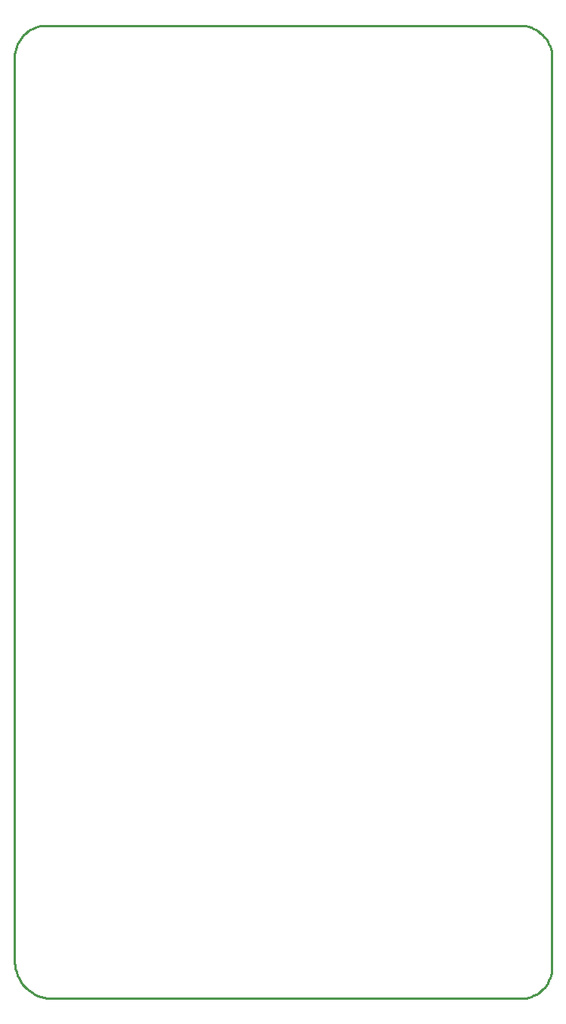
<source format=gko>
G04 EAGLE Gerber RS-274X export*
G75*
%MOMM*%
%FSLAX34Y34*%
%LPD*%
%INOUTINE*%
%IPPOS*%
%AMOC8*
5,1,8,0,0,1.08239X$1,22.5*%
G01*
%ADD10C,0.000000*%
%ADD11C,0.000009*%
%ADD12C,0.254000*%


D10*
X42500Y97500D02*
X568500Y97500D01*
X603500Y132500D02*
X603500Y1150000D01*
X568500Y1185000D02*
X568400Y1185000D01*
X37500Y1185000D01*
X2500Y1149900D02*
X2500Y141500D01*
D11*
X2500Y1149900D02*
X2509Y1150747D01*
X2539Y1151593D01*
X2588Y1152439D01*
X2659Y1153283D01*
X2750Y1154125D01*
X2861Y1154965D01*
X2992Y1155802D01*
X3143Y1156635D01*
X3315Y1157464D01*
X3507Y1158289D01*
X3718Y1159110D01*
X3949Y1159924D01*
X4200Y1160733D01*
X4470Y1161536D01*
X4760Y1162332D01*
X5069Y1163121D01*
X5396Y1163902D01*
X5743Y1164675D01*
X6108Y1165439D01*
X6492Y1166194D01*
X6893Y1166940D01*
X7313Y1167676D01*
X7750Y1168401D01*
X8204Y1169116D01*
X8676Y1169819D01*
X9165Y1170511D01*
X9670Y1171191D01*
X10191Y1171859D01*
X10729Y1172513D01*
X11282Y1173155D01*
X11850Y1173783D01*
X12433Y1174397D01*
X13031Y1174997D01*
X13644Y1175582D01*
X14270Y1176152D01*
X14910Y1176707D01*
X15563Y1177246D01*
X16229Y1177770D01*
X16908Y1178277D01*
X17598Y1178767D01*
X18300Y1179241D01*
X19014Y1179697D01*
X19738Y1180137D01*
X20473Y1180558D01*
X21217Y1180962D01*
X21971Y1181348D01*
X22735Y1181715D01*
X23506Y1182064D01*
X24287Y1182394D01*
X25074Y1182705D01*
X25869Y1182996D01*
X26671Y1183269D01*
X27480Y1183522D01*
X28294Y1183756D01*
X29113Y1183970D01*
X29938Y1184163D01*
X30767Y1184337D01*
X31600Y1184491D01*
X32436Y1184625D01*
X33276Y1184738D01*
X34117Y1184832D01*
X34961Y1184904D01*
X35807Y1184957D01*
X36653Y1184989D01*
X37500Y1185000D01*
X2500Y141500D02*
X2464Y140485D01*
X2452Y139469D01*
X2465Y138452D01*
X2503Y137437D01*
X2565Y136423D01*
X2651Y135410D01*
X2762Y134400D01*
X2898Y133393D01*
X3058Y132390D01*
X3241Y131391D01*
X3449Y130396D01*
X3681Y129407D01*
X3937Y128423D01*
X4217Y127446D01*
X4520Y126477D01*
X4846Y125514D01*
X5196Y124560D01*
X5568Y123615D01*
X5963Y122679D01*
X6381Y121752D01*
X6821Y120836D01*
X7283Y119931D01*
X7767Y119038D01*
X8272Y118156D01*
X8798Y117287D01*
X9345Y116431D01*
X9913Y115588D01*
X10501Y114759D01*
X11109Y113945D01*
X11736Y113146D01*
X12382Y112362D01*
X13048Y111593D01*
X13731Y110842D01*
X14433Y110106D01*
X15152Y109389D01*
X15888Y108688D01*
X16641Y108006D01*
X17410Y107342D01*
X18195Y106697D01*
X18995Y106070D01*
X19810Y105464D01*
X20640Y104877D01*
X21484Y104311D01*
X22341Y103765D01*
X23211Y103240D01*
X24093Y102736D01*
X24987Y102254D01*
X25893Y101793D01*
X26809Y101354D01*
X27736Y100938D01*
X28673Y100544D01*
X29619Y100173D01*
X30574Y99825D01*
X31536Y99500D01*
X32507Y99199D01*
X33484Y98921D01*
X34468Y98666D01*
X35457Y98436D01*
X36452Y98229D01*
X37452Y98047D01*
X38456Y97889D01*
X39463Y97755D01*
X40473Y97645D01*
X41486Y97560D01*
X42500Y97500D01*
X568500Y97500D02*
X569346Y97510D01*
X570191Y97541D01*
X571035Y97592D01*
X571878Y97663D01*
X572719Y97755D01*
X573557Y97867D01*
X574392Y98000D01*
X575224Y98152D01*
X576052Y98325D01*
X576876Y98517D01*
X577695Y98729D01*
X578508Y98961D01*
X579316Y99213D01*
X580117Y99484D01*
X580911Y99774D01*
X581698Y100084D01*
X582478Y100412D01*
X583249Y100759D01*
X584012Y101125D01*
X584765Y101509D01*
X585509Y101911D01*
X586244Y102331D01*
X586967Y102769D01*
X587680Y103224D01*
X588382Y103696D01*
X589072Y104184D01*
X589751Y104690D01*
X590416Y105211D01*
X591069Y105749D01*
X591709Y106302D01*
X592336Y106871D01*
X592948Y107454D01*
X593546Y108052D01*
X594129Y108664D01*
X594698Y109291D01*
X595251Y109931D01*
X595789Y110584D01*
X596310Y111249D01*
X596816Y111928D01*
X597304Y112618D01*
X597776Y113320D01*
X598231Y114033D01*
X598669Y114756D01*
X599089Y115491D01*
X599491Y116235D01*
X599875Y116988D01*
X600241Y117751D01*
X600588Y118522D01*
X600916Y119302D01*
X601226Y120089D01*
X601516Y120883D01*
X601787Y121684D01*
X602039Y122492D01*
X602271Y123305D01*
X602483Y124124D01*
X602675Y124948D01*
X602848Y125776D01*
X603000Y126608D01*
X603133Y127443D01*
X603245Y128281D01*
X603337Y129122D01*
X603408Y129965D01*
X603459Y130809D01*
X603490Y131654D01*
X603500Y132500D01*
X603500Y1150000D02*
X603489Y1150847D01*
X603457Y1151693D01*
X603404Y1152539D01*
X603332Y1153383D01*
X603238Y1154224D01*
X603125Y1155064D01*
X602991Y1155900D01*
X602837Y1156733D01*
X602663Y1157562D01*
X602470Y1158387D01*
X602256Y1159206D01*
X602022Y1160020D01*
X601769Y1160829D01*
X601496Y1161631D01*
X601205Y1162426D01*
X600894Y1163213D01*
X600564Y1163994D01*
X600215Y1164765D01*
X599848Y1165529D01*
X599462Y1166283D01*
X599058Y1167027D01*
X598637Y1167762D01*
X598197Y1168486D01*
X597741Y1169200D01*
X597267Y1169902D01*
X596777Y1170592D01*
X596270Y1171271D01*
X595746Y1171937D01*
X595207Y1172590D01*
X594652Y1173230D01*
X594082Y1173856D01*
X593497Y1174469D01*
X592897Y1175067D01*
X592283Y1175650D01*
X591655Y1176218D01*
X591013Y1176771D01*
X590359Y1177309D01*
X589691Y1177830D01*
X589011Y1178335D01*
X588319Y1178824D01*
X587616Y1179296D01*
X586901Y1179750D01*
X586176Y1180187D01*
X585440Y1180607D01*
X584694Y1181008D01*
X583939Y1181392D01*
X583175Y1181757D01*
X582402Y1182104D01*
X581621Y1182431D01*
X580832Y1182740D01*
X580036Y1183030D01*
X579233Y1183300D01*
X578424Y1183551D01*
X577610Y1183782D01*
X576789Y1183993D01*
X575964Y1184185D01*
X575135Y1184357D01*
X574302Y1184508D01*
X573465Y1184639D01*
X572625Y1184750D01*
X571783Y1184841D01*
X570939Y1184912D01*
X570093Y1184961D01*
X569247Y1184991D01*
X568400Y1185000D01*
D12*
X2500Y141500D02*
X2486Y137832D01*
X2791Y134176D01*
X3413Y130561D01*
X4349Y127015D01*
X5590Y123563D01*
X7127Y120232D01*
X8948Y117048D01*
X11041Y114035D01*
X13387Y111216D01*
X15971Y108612D01*
X18772Y106243D01*
X21768Y104127D01*
X24937Y102280D01*
X28256Y100717D01*
X31698Y99449D01*
X35237Y98485D01*
X38847Y97834D01*
X42500Y97500D01*
X568500Y97500D01*
X571550Y97633D01*
X574578Y98032D01*
X577559Y98693D01*
X580471Y99611D01*
X583292Y100779D01*
X586000Y102189D01*
X588575Y103830D01*
X590998Y105688D01*
X593249Y107751D01*
X595312Y110002D01*
X597170Y112425D01*
X598811Y115000D01*
X600221Y117708D01*
X601389Y120529D01*
X602307Y123441D01*
X602968Y126422D01*
X603367Y129450D01*
X603500Y132500D01*
X603500Y1150000D01*
X603362Y1153055D01*
X602959Y1156086D01*
X602293Y1159070D01*
X601369Y1161985D01*
X600195Y1164808D01*
X598779Y1167518D01*
X597133Y1170095D01*
X595268Y1172518D01*
X593199Y1174769D01*
X590941Y1176832D01*
X588513Y1178690D01*
X585932Y1180329D01*
X583217Y1181737D01*
X580391Y1182903D01*
X577473Y1183819D01*
X574487Y1184476D01*
X571455Y1184871D01*
X568400Y1185000D01*
X37500Y1185000D01*
X34445Y1184862D01*
X31414Y1184459D01*
X28430Y1183793D01*
X25515Y1182869D01*
X22692Y1181695D01*
X19982Y1180279D01*
X17405Y1178633D01*
X14982Y1176768D01*
X12731Y1174699D01*
X10668Y1172441D01*
X8810Y1170013D01*
X7171Y1167432D01*
X5763Y1164717D01*
X4597Y1161891D01*
X3681Y1158973D01*
X3024Y1155987D01*
X2629Y1152955D01*
X2500Y1149900D01*
X2500Y141500D01*
M02*

</source>
